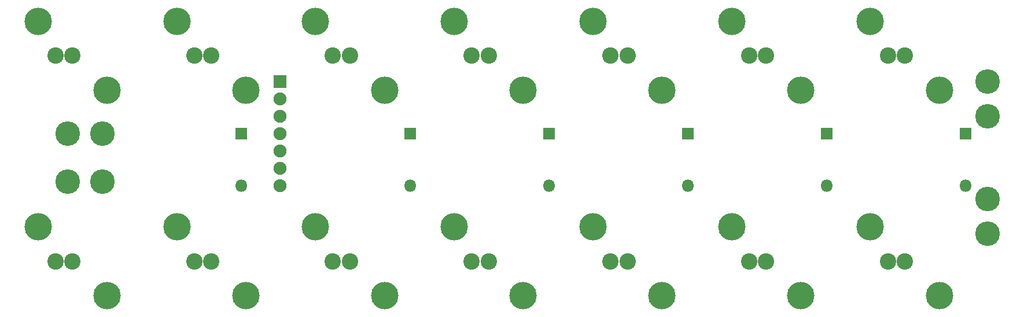
<source format=gbs>
G04 #@! TF.FileFunction,Soldermask,Bot*
%FSLAX46Y46*%
G04 Gerber Fmt 4.6, Leading zero omitted, Abs format (unit mm)*
G04 Created by KiCad (PCBNEW 4.0.4+e1-6308~48~ubuntu15.10.1-stable) date Fri Oct 20 15:41:00 2017*
%MOMM*%
%LPD*%
G01*
G04 APERTURE LIST*
%ADD10C,0.100000*%
%ADD11C,4.010000*%
%ADD12C,2.400000*%
%ADD13C,3.600000*%
%ADD14R,1.900000X1.900000*%
%ADD15O,1.900000X1.900000*%
%ADD16R,1.800000X1.800000*%
%ADD17O,1.800000X1.800000*%
G04 APERTURE END LIST*
D10*
D11*
X205135000Y-94645000D03*
D12*
X210185000Y-99695000D03*
X207685000Y-99695000D03*
D11*
X215235000Y-104745000D03*
X205135000Y-124735000D03*
D12*
X210185000Y-129785000D03*
X207685000Y-129785000D03*
D11*
X215235000Y-134835000D03*
X184835000Y-94645000D03*
D12*
X189885000Y-99695000D03*
X187385000Y-99695000D03*
D11*
X194935000Y-104745000D03*
X184835000Y-124735000D03*
D12*
X189885000Y-129785000D03*
X187385000Y-129785000D03*
D11*
X194935000Y-134835000D03*
X164535000Y-94645000D03*
D12*
X169585000Y-99695000D03*
X167085000Y-99695000D03*
D11*
X174635000Y-104745000D03*
X164535000Y-124735000D03*
D12*
X169585000Y-129785000D03*
X167085000Y-129785000D03*
D11*
X174635000Y-134835000D03*
X144235000Y-94645000D03*
D12*
X149285000Y-99695000D03*
X146785000Y-99695000D03*
D11*
X154335000Y-104745000D03*
X144235000Y-124735000D03*
D12*
X149285000Y-129785000D03*
X146785000Y-129785000D03*
D11*
X154335000Y-134835000D03*
X123935000Y-94645000D03*
D12*
X128985000Y-99695000D03*
X126485000Y-99695000D03*
D11*
X134035000Y-104745000D03*
X123935000Y-124735000D03*
D12*
X128985000Y-129785000D03*
X126485000Y-129785000D03*
D11*
X134035000Y-134835000D03*
X83335000Y-94645000D03*
D12*
X88385000Y-99695000D03*
X85885000Y-99695000D03*
D11*
X93435000Y-104745000D03*
X103635000Y-94645000D03*
D12*
X108685000Y-99695000D03*
X106185000Y-99695000D03*
D11*
X113735000Y-104745000D03*
X83335000Y-124735000D03*
D12*
X88385000Y-129785000D03*
X85885000Y-129785000D03*
D11*
X93435000Y-134835000D03*
X103635000Y-124735000D03*
D12*
X108685000Y-129785000D03*
X106185000Y-129785000D03*
D11*
X113735000Y-134835000D03*
D13*
X222250000Y-108585000D03*
X222250000Y-120650000D03*
X92710000Y-111125000D03*
X92710000Y-118110000D03*
X222250000Y-103505000D03*
X222250000Y-125730000D03*
X87630000Y-111125000D03*
X87630000Y-118110000D03*
D14*
X118745000Y-103505000D03*
D15*
X118745000Y-106045000D03*
X118745000Y-108585000D03*
X118745000Y-111125000D03*
X118745000Y-113665000D03*
X118745000Y-116205000D03*
X118745000Y-118745000D03*
D16*
X219075000Y-111125000D03*
D17*
X219075000Y-118745000D03*
D16*
X198755000Y-111125000D03*
D17*
X198755000Y-118745000D03*
D16*
X178435000Y-111125000D03*
D17*
X178435000Y-118745000D03*
D16*
X158115000Y-111125000D03*
D17*
X158115000Y-118745000D03*
D16*
X113030000Y-111125000D03*
D17*
X113030000Y-118745000D03*
D16*
X137795000Y-111125000D03*
D17*
X137795000Y-118745000D03*
M02*

</source>
